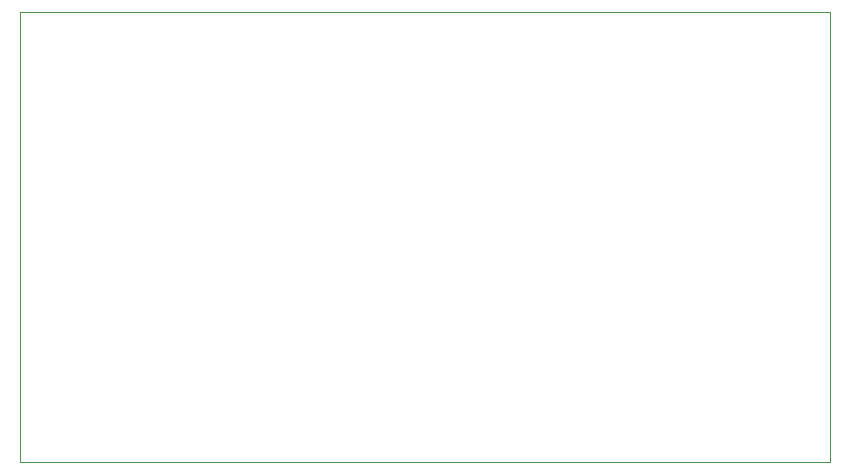
<source format=gm1>
G04 #@! TF.GenerationSoftware,KiCad,Pcbnew,(5.1.10)-1*
G04 #@! TF.CreationDate,2021-11-05T12:16:12+01:00*
G04 #@! TF.ProjectId,STM_programming_ports,53544d5f-7072-46f6-9772-616d6d696e67,rev?*
G04 #@! TF.SameCoordinates,Original*
G04 #@! TF.FileFunction,Profile,NP*
%FSLAX46Y46*%
G04 Gerber Fmt 4.6, Leading zero omitted, Abs format (unit mm)*
G04 Created by KiCad (PCBNEW (5.1.10)-1) date 2021-11-05 12:16:12*
%MOMM*%
%LPD*%
G01*
G04 APERTURE LIST*
G04 #@! TA.AperFunction,Profile*
%ADD10C,0.025400*%
G04 #@! TD*
G04 APERTURE END LIST*
D10*
X148590000Y-41910000D02*
X80010000Y-41910000D01*
X148590000Y-80010000D02*
X148590000Y-41910000D01*
X80010000Y-80010000D02*
X148590000Y-80010000D01*
X80010000Y-41910000D02*
X80010000Y-80010000D01*
M02*

</source>
